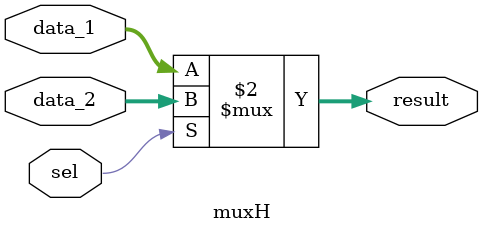
<source format=v>
module muxH(input wire sel , input wire [15:0] data_1 , data_2 , output wire [15:0] result);
assign result = (sel == 0)?data_1:data_2 ; 
endmodule 

</source>
